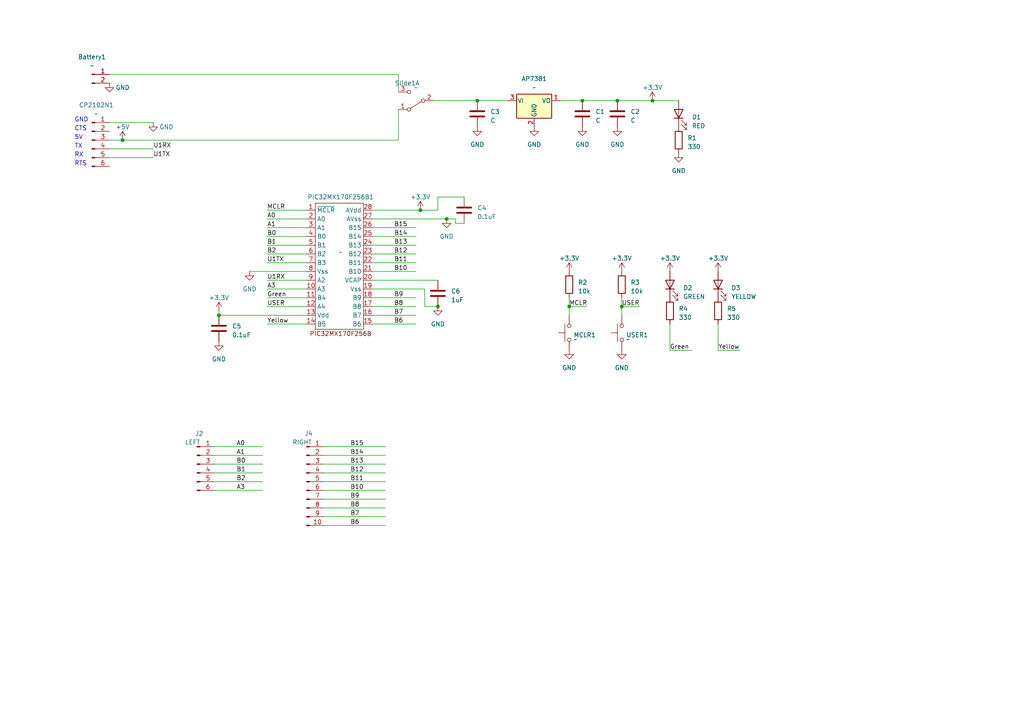
<source format=kicad_sch>
(kicad_sch (version 20230121) (generator eeschema)
  (paper "A4")
  (lib_symbols
    (symbol "Connector:Conn_01x02_Pin" (pin_names (offset 1.016) hide)
      (property "Reference" "J" (at 0 2.54 0))
      (property "Value" "Conn_01x02_Pin" (at 0 -5.08 0))
      (symbol "Conn_01x02_Pin_1_1"
        (polyline (pts (xy 1.27 -2.54) (xy 0.8636 -2.54)) (stroke (width 0.1524)))
        (polyline (pts (xy 1.27 0) (xy 0.8636 0)) (stroke (width 0.1524)))
        (rectangle (start 0.8636 -2.413) (end 0 -2.667) (stroke (width 0.1524)) (fill (type outline)))
        (rectangle (start 0.8636 0.127) (end 0 -0.127) (stroke (width 0.1524)) (fill (type outline)))
        (pin passive line (at 5.08 0 180) (length 3.81) (name "Pin_1") (number "1"))
        (pin passive line (at 5.08 -2.54 180) (length 3.81) (name "Pin_2") (number "2"))
      )
    )
    (symbol "Connector:Conn_01x06_Pin" (pin_names (offset 1.016) hide)
      (property "Reference" "J" (at 0 7.62 0))
      (property "Value" "Conn_01x06_Pin" (at 0 -10.16 0))
      (symbol "Conn_01x06_Pin_1_1"
        (polyline (pts (xy 1.27 -7.62) (xy 0.8636 -7.62)) (stroke (width 0.1524)))
        (polyline (pts (xy 1.27 -5.08) (xy 0.8636 -5.08)) (stroke (width 0.1524)))
        (polyline (pts (xy 1.27 -2.54) (xy 0.8636 -2.54)) (stroke (width 0.1524)))
        (polyline (pts (xy 1.27 0) (xy 0.8636 0)) (stroke (width 0.1524)))
        (polyline (pts (xy 1.27 2.54) (xy 0.8636 2.54)) (stroke (width 0.1524)))
        (polyline (pts (xy 1.27 5.08) (xy 0.8636 5.08)) (stroke (width 0.1524)))
        (rectangle (start 0.8636 -7.493) (end 0 -7.747) (stroke (width 0.1524)) (fill (type outline)))
        (rectangle (start 0.8636 -4.953) (end 0 -5.207) (stroke (width 0.1524)) (fill (type outline)))
        (rectangle (start 0.8636 -2.413) (end 0 -2.667) (stroke (width 0.1524)) (fill (type outline)))
        (rectangle (start 0.8636 0.127) (end 0 -0.127) (stroke (width 0.1524)) (fill (type outline)))
        (rectangle (start 0.8636 2.667) (end 0 2.413) (stroke (width 0.1524)) (fill (type outline)))
        (rectangle (start 0.8636 5.207) (end 0 4.953) (stroke (width 0.1524)) (fill (type outline)))
        (pin passive line (at 5.08 5.08 180) (length 3.81) (name "Pin_1") (number "1"))
        (pin passive line (at 5.08 2.54 180) (length 3.81) (name "Pin_2") (number "2"))
        (pin passive line (at 5.08 0 180) (length 3.81) (name "Pin_3") (number "3"))
        (pin passive line (at 5.08 -2.54 180) (length 3.81) (name "Pin_4") (number "4"))
        (pin passive line (at 5.08 -5.08 180) (length 3.81) (name "Pin_5") (number "5"))
        (pin passive line (at 5.08 -7.62 180) (length 3.81) (name "Pin_6") (number "6"))
      )
    )
    (symbol "Connector:Conn_01x10_Pin" (pin_names (offset 1.016) hide)
      (property "Reference" "J" (at 0 12.7 0))
      (property "Value" "Conn_01x10_Pin" (at 0 -15.24 0))
      (symbol "Conn_01x10_Pin_1_1"
        (polyline (pts (xy 1.27 -12.7) (xy 0.8636 -12.7)) (stroke (width 0.1524)))
        (polyline (pts (xy 1.27 -10.16) (xy 0.8636 -10.16)) (stroke (width 0.1524)))
        (polyline (pts (xy 1.27 -7.62) (xy 0.8636 -7.62)) (stroke (width 0.1524)))
        (polyline (pts (xy 1.27 -5.08) (xy 0.8636 -5.08)) (stroke (width 0.1524)))
        (polyline (pts (xy 1.27 -2.54) (xy 0.8636 -2.54)) (stroke (width 0.1524)))
        (polyline (pts (xy 1.27 0) (xy 0.8636 0)) (stroke (width 0.1524)))
        (polyline (pts (xy 1.27 2.54) (xy 0.8636 2.54)) (stroke (width 0.1524)))
        (polyline (pts (xy 1.27 5.08) (xy 0.8636 5.08)) (stroke (width 0.1524)))
        (polyline (pts (xy 1.27 7.62) (xy 0.8636 7.62)) (stroke (width 0.1524)))
        (polyline (pts (xy 1.27 10.16) (xy 0.8636 10.16)) (stroke (width 0.1524)))
        (rectangle (start 0.8636 -12.573) (end 0 -12.827) (stroke (width 0.1524)) (fill (type outline)))
        (rectangle (start 0.8636 -10.033) (end 0 -10.287) (stroke (width 0.1524)) (fill (type outline)))
        (rectangle (start 0.8636 -7.493) (end 0 -7.747) (stroke (width 0.1524)) (fill (type outline)))
        (rectangle (start 0.8636 -4.953) (end 0 -5.207) (stroke (width 0.1524)) (fill (type outline)))
        (rectangle (start 0.8636 -2.413) (end 0 -2.667) (stroke (width 0.1524)) (fill (type outline)))
        (rectangle (start 0.8636 0.127) (end 0 -0.127) (stroke (width 0.1524)) (fill (type outline)))
        (rectangle (start 0.8636 2.667) (end 0 2.413) (stroke (width 0.1524)) (fill (type outline)))
        (rectangle (start 0.8636 5.207) (end 0 4.953) (stroke (width 0.1524)) (fill (type outline)))
        (rectangle (start 0.8636 7.747) (end 0 7.493) (stroke (width 0.1524)) (fill (type outline)))
        (rectangle (start 0.8636 10.287) (end 0 10.033) (stroke (width 0.1524)) (fill (type outline)))
        (pin passive line (at 5.08 10.16 180) (length 3.81) (name "Pin_1") (number "1"))
        (pin passive line (at 5.08 -12.7 180) (length 3.81) (name "Pin_10") (number "10"))
        (pin passive line (at 5.08 7.62 180) (length 3.81) (name "Pin_2") (number "2"))
        (pin passive line (at 5.08 5.08 180) (length 3.81) (name "Pin_3") (number "3"))
        (pin passive line (at 5.08 2.54 180) (length 3.81) (name "Pin_4") (number "4"))
        (pin passive line (at 5.08 0 180) (length 3.81) (name "Pin_5") (number "5"))
        (pin passive line (at 5.08 -2.54 180) (length 3.81) (name "Pin_6") (number "6"))
        (pin passive line (at 5.08 -5.08 180) (length 3.81) (name "Pin_7") (number "7"))
        (pin passive line (at 5.08 -7.62 180) (length 3.81) (name "Pin_8") (number "8"))
        (pin passive line (at 5.08 -10.16 180) (length 3.81) (name "Pin_9") (number "9"))
      )
    )
    (symbol "HW4_PCB:AP7384-33SA" (pin_names (offset 0.254))
      (property "Reference" "AP7381" (at 0 6.35 0))
      (property "Value" "~" (at 0 3.81 0))
      (symbol "AP7384-33SA_0_1"
        (rectangle (start -5.08 1.905) (end 5.08 -5.08) (stroke (width 0.254)) (fill (type background)))
      )
      (symbol "AP7384-33SA_1_1"
        (pin power_out line (at 7.62 0 180) (length 2.54) (name "VO") (number "1"))
        (pin power_in line (at 0 -7.62 90) (length 2.54) (name "GND") (number "2"))
        (pin power_in line (at -7.62 0 0) (length 2.54) (name "VI") (number "3"))
      )
    )
    (symbol "HW4_PCB:C" (pin_numbers hide) (pin_names (offset 0.254))
      (property "Reference" "C" (at 0.635 2.54 0))
      (property "Value" "C" (at 0.635 -2.54 0))
      (symbol "C_0_1"
        (polyline (pts (xy -2.032 -0.762) (xy 2.032 -0.762)) (stroke (width 0.508)))
        (polyline (pts (xy -2.032 0.762) (xy 2.032 0.762)) (stroke (width 0.508)))
      )
      (symbol "C_1_1"
        (pin passive line (at 0 3.81 270) (length 2.794) (name "~") (number "1"))
        (pin passive line (at 0 -3.81 90) (length 2.794) (name "~") (number "2"))
      )
    )
    (symbol "HW4_PCB:LED" (pin_numbers hide) (pin_names (offset 1.016) hide)
      (property "Reference" "D" (at 0 2.54 0))
      (property "Value" "LED" (at 0 -2.54 0))
      (symbol "LED_0_1"
        (polyline (pts (xy -1.27 -1.27) (xy -1.27 1.27)) (stroke (width 0.254)))
        (polyline (pts (xy -1.27 0) (xy 1.27 0)))
        (polyline (pts (xy 1.27 -1.27) (xy 1.27 1.27) (xy -1.27 0) (xy 1.27 -1.27)) (stroke (width 0.254)))
        (polyline (pts (xy -3.048 -0.762) (xy -4.572 -2.286) (xy -3.81 -2.286) (xy -4.572 -2.286) (xy -4.572 -1.524)))
        (polyline (pts (xy -1.778 -0.762) (xy -3.302 -2.286) (xy -2.54 -2.286) (xy -3.302 -2.286) (xy -3.302 -1.524)))
      )
      (symbol "LED_1_1"
        (pin passive line (at -3.81 0 0) (length 2.54) (name "K") (number "1"))
        (pin passive line (at 3.81 0 180) (length 2.54) (name "A") (number "2"))
      )
    )
    (symbol "HW4_PCB:R" (pin_numbers hide) (pin_names (offset 0))
      (property "Reference" "R" (at 2.032 0 90))
      (property "Value" "R" (at 0 0 90))
      (symbol "R_0_1"
        (rectangle (start -1.016 -2.54) (end 1.016 2.54) (stroke (width 0.254)))
      )
      (symbol "R_1_1"
        (pin passive line (at 0 3.81 270) (length 1.27) (name "~") (number "1"))
        (pin passive line (at 0 -3.81 90) (length 1.27) (name "~") (number "2"))
      )
    )
    (symbol "PIC32MX170F256B_1"
      (property "Reference" "U3" (at -0.254 16.51 0))
      (property "Value" "~" (at -0.254 0.508 0))
      (symbol "PIC32MX170F256B_1_0_1"
        (rectangle (start -7.62 14.732) (end 6.35 -21.844))
      )
      (symbol "PIC32MX170F256B_1_1_1"
        (text "PIC32MX170F256B" (at -0.254 -23.114 0) (effects (font (size 1.27 1.27))))
        (pin input line (at -10.16 12.7 0) (length 2.54) (name "~{MCLR}") (number "1"))
        (pin input line (at -10.16 -10.16 0) (length 2.54) (name "A3") (number "10"))
        (pin input line (at -10.16 -12.7 0) (length 2.54) (name "B4") (number "11"))
        (pin input line (at -10.16 -15.24 0) (length 2.54) (name "A4") (number "12"))
        (pin input line (at -10.16 -17.78 0) (length 2.54) (name "Vdd") (number "13"))
        (pin input line (at -10.16 -20.32 0) (length 2.54) (name "B5") (number "14"))
        (pin input line (at 8.89 -20.32 180) (length 2.54) (name "B6") (number "15"))
        (pin input line (at 8.89 -17.78 180) (length 2.54) (name "B7") (number "16"))
        (pin input line (at 8.89 -15.24 180) (length 2.54) (name "B8") (number "17"))
        (pin input line (at 8.89 -12.7 180) (length 2.54) (name "B9") (number "18"))
        (pin input line (at 8.89 -10.16 180) (length 2.54) (name "Vss") (number "19"))
        (pin input line (at -10.16 10.16 0) (length 2.54) (name "A0") (number "2"))
        (pin input line (at 8.89 -7.62 180) (length 2.54) (name "VCAP") (number "20"))
        (pin input line (at 8.89 -5.08 180) (length 2.54) (name "B10") (number "21"))
        (pin input line (at 8.89 -2.54 180) (length 2.54) (name "B11") (number "22"))
        (pin input line (at 8.89 0 180) (length 2.54) (name "B12") (number "23"))
        (pin input line (at 8.89 2.54 180) (length 2.54) (name "B13") (number "24"))
        (pin input line (at 8.89 5.08 180) (length 2.54) (name "B14") (number "25"))
        (pin input line (at 8.89 7.62 180) (length 2.54) (name "B15") (number "26"))
        (pin input line (at 8.89 10.16 180) (length 2.54) (name "AVss") (number "27"))
        (pin input line (at 8.89 12.7 180) (length 2.54) (name "AVdd") (number "28"))
        (pin input line (at -10.16 7.62 0) (length 2.54) (name "A1") (number "3"))
        (pin input line (at -10.16 5.08 0) (length 2.54) (name "B0") (number "4"))
        (pin input line (at -10.16 2.54 0) (length 2.54) (name "B1") (number "5"))
        (pin input line (at -10.16 0 0) (length 2.54) (name "B2") (number "6"))
        (pin input line (at -10.16 -2.54 0) (length 2.54) (name "B3") (number "7"))
        (pin input line (at -10.16 -5.08 0) (length 2.54) (name "Vss") (number "8"))
        (pin input line (at -10.16 -7.62 0) (length 2.54) (name "A2") (number "9"))
      )
    )
    (symbol "Switch:SW_DPDT_x2" (pin_names (offset 0) hide)
      (property "Reference" "SW" (at 0 4.318 0))
      (property "Value" "SW_DPDT_x2" (at 0 -5.08 0))
      (symbol "SW_DPDT_x2_0_0"
        (circle (center -2.032 0) (radius 0.508))
        (circle (center 2.032 -2.54) (radius 0.508))
      )
      (symbol "SW_DPDT_x2_0_1"
        (polyline (pts (xy -1.524 0.254) (xy 1.651 2.286)))
        (circle (center 2.032 2.54) (radius 0.508))
      )
      (symbol "SW_DPDT_x2_1_1"
        (pin passive line (at 5.08 2.54 180) (length 2.54) (name "A") (number "1"))
        (pin passive line (at -5.08 0 0) (length 2.54) (name "B") (number "2"))
        (pin passive line (at 5.08 -2.54 180) (length 2.54) (name "C") (number "3"))
      )
      (symbol "SW_DPDT_x2_2_1"
        (pin passive line (at 5.08 2.54 180) (length 2.54) (name "A") (number "4"))
        (pin passive line (at -5.08 0 0) (length 2.54) (name "B") (number "5"))
        (pin passive line (at 5.08 -2.54 180) (length 2.54) (name "C") (number "6"))
      )
    )
    (symbol "Switch:SW_Push" (pin_numbers hide) (pin_names (offset 1.016) hide)
      (property "Reference" "SW" (at 1.27 2.54 0))
      (property "Value" "SW_Push" (at 0 -1.524 0))
      (symbol "SW_Push_0_1"
        (circle (center -2.032 0) (radius 0.508))
        (polyline (pts (xy 0 1.27) (xy 0 3.048)))
        (polyline (pts (xy 2.54 1.27) (xy -2.54 1.27)))
        (circle (center 2.032 0) (radius 0.508))
        (pin passive line (at -5.08 0 0) (length 2.54) (name "1") (number "1"))
        (pin passive line (at 5.08 0 180) (length 2.54) (name "2") (number "2"))
      )
    )
    (symbol "power:+3.3V" (power) (pin_names (offset 0))
      (property "Value" "+3.3V" (at 0 3.556 0))
      (symbol "+3.3V_0_1"
        (polyline (pts (xy -0.762 1.27) (xy 0 2.54)))
        (polyline (pts (xy 0 0) (xy 0 2.54)))
        (polyline (pts (xy 0 2.54) (xy 0.762 1.27)))
      )
      (symbol "+3.3V_1_1"
        (pin power_in line (at 0 0 90) (length 0) hide (name "+3.3V") (number "1"))
      )
    )
    (symbol "power:+5V" (power) (pin_names (offset 0))
      (property "Value" "+5V" (at 0 3.556 0))
      (symbol "+5V_0_1"
        (polyline (pts (xy -0.762 1.27) (xy 0 2.54)))
        (polyline (pts (xy 0 0) (xy 0 2.54)))
        (polyline (pts (xy 0 2.54) (xy 0.762 1.27)))
      )
      (symbol "+5V_1_1"
        (pin power_in line (at 0 0 90) (length 0) hide (name "+5V") (number "1"))
      )
    )
    (symbol "power:GND" (power) (pin_names (offset 0))
      (property "Value" "GND" (at 0 -3.81 0))
      (symbol "GND_0_1"
        (polyline (pts (xy 0 0) (xy 0 -1.27) (xy 1.27 -1.27) (xy 0 -2.54) (xy -1.27 -1.27) (xy 0 -1.27)))
      )
      (symbol "GND_1_1"
        (pin power_in line (at 0 0 270) (length 0) hide (name "GND") (number "1"))
      )
    )
  )
  (junction (at 127 88.9))
  (junction (at 165.1 88.9))
  (junction (at 179.07 29.21))
  (junction (at 180.34 88.9))
  (junction (at 121.92 60.96))
  (junction (at 138.43 29.21))
  (junction (at 63.5 91.44))
  (junction (at 35.56 40.64))
  (junction (at 189.23 29.21))
  (junction (at 168.91 29.21))
  (junction (at 129.54 63.5))
  (wire (pts (xy 93.98 137.16) (xy 111.76 137.16)))
  (wire (pts (xy 77.47 88.9) (xy 88.9 88.9)))
  (wire (pts (xy 123.19 83.82) (xy 123.19 88.9)))
  (wire (pts (xy 107.95 93.98) (xy 120.65 93.98)))
  (wire (pts (xy 31.75 40.64) (xy 35.56 40.64)))
  (wire (pts (xy 93.98 129.54) (xy 111.76 129.54)))
  (wire (pts (xy 62.23 139.7) (xy 76.2 139.7)))
  (wire (pts (xy 31.75 21.59) (xy 115.57 21.59)))
  (wire (pts (xy 77.47 66.04) (xy 88.9 66.04)))
  (wire (pts (xy 77.47 81.28) (xy 88.9 81.28)))
  (wire (pts (xy 35.56 40.64) (xy 115.57 40.64)))
  (wire (pts (xy 63.5 90.17) (xy 63.5 91.44)))
  (wire (pts (xy 107.95 71.12) (xy 120.65 71.12)))
  (wire (pts (xy 189.23 29.21) (xy 196.85 29.21)))
  (wire (pts (xy 107.95 91.44) (xy 120.65 91.44)))
  (wire (pts (xy 77.47 93.98) (xy 88.9 93.98)))
  (wire (pts (xy 107.95 73.66) (xy 120.65 73.66)))
  (wire (pts (xy 165.1 86.36) (xy 165.1 88.9)))
  (wire (pts (xy 129.54 63.5) (xy 132.08 63.5)))
  (wire (pts (xy 115.57 21.59) (xy 115.57 26.67)))
  (wire (pts (xy 93.98 147.32) (xy 111.76 147.32)))
  (wire (pts (xy 138.43 29.21) (xy 147.32 29.21)))
  (wire (pts (xy 127 57.15) (xy 134.62 57.15)))
  (wire (pts (xy 165.1 88.9) (xy 170.18 88.9)))
  (wire (pts (xy 180.34 86.36) (xy 180.34 88.9)))
  (wire (pts (xy 77.47 73.66) (xy 88.9 73.66)))
  (wire (pts (xy 63.5 91.44) (xy 88.9 91.44)))
  (wire (pts (xy 77.47 60.96) (xy 88.9 60.96)))
  (wire (pts (xy 127 60.96) (xy 127 57.15)))
  (wire (pts (xy 93.98 132.08) (xy 111.76 132.08)))
  (wire (pts (xy 107.95 68.58) (xy 120.65 68.58)))
  (wire (pts (xy 107.95 88.9) (xy 120.65 88.9)))
  (wire (pts (xy 93.98 144.78) (xy 111.76 144.78)))
  (wire (pts (xy 107.95 83.82) (xy 123.19 83.82)))
  (wire (pts (xy 93.98 139.7) (xy 111.76 139.7)))
  (wire (pts (xy 72.39 78.74) (xy 88.9 78.74)))
  (wire (pts (xy 77.47 86.36) (xy 88.9 86.36)))
  (wire (pts (xy 31.75 35.56) (xy 44.45 35.56)))
  (wire (pts (xy 107.95 78.74) (xy 120.65 78.74)))
  (wire (pts (xy 180.34 88.9) (xy 185.42 88.9)))
  (wire (pts (xy 162.56 29.21) (xy 168.91 29.21)))
  (wire (pts (xy 194.31 101.6) (xy 200.66 101.6)))
  (wire (pts (xy 93.98 149.86) (xy 111.76 149.86)))
  (wire (pts (xy 121.92 60.96) (xy 127 60.96)))
  (wire (pts (xy 107.95 60.96) (xy 121.92 60.96)))
  (wire (pts (xy 77.47 71.12) (xy 88.9 71.12)))
  (wire (pts (xy 62.23 142.24) (xy 76.2 142.24)))
  (wire (pts (xy 107.95 81.28) (xy 127 81.28)))
  (wire (pts (xy 107.95 66.04) (xy 120.65 66.04)))
  (wire (pts (xy 77.47 83.82) (xy 88.9 83.82)))
  (wire (pts (xy 208.28 101.6) (xy 214.63 101.6)))
  (wire (pts (xy 194.31 93.98) (xy 194.31 101.6)))
  (wire (pts (xy 115.57 40.64) (xy 115.57 31.75)))
  (wire (pts (xy 62.23 129.54) (xy 76.2 129.54)))
  (wire (pts (xy 77.47 63.5) (xy 88.9 63.5)))
  (wire (pts (xy 31.75 43.18) (xy 44.45 43.18)))
  (wire (pts (xy 93.98 142.24) (xy 111.76 142.24)))
  (wire (pts (xy 62.23 132.08) (xy 76.2 132.08)))
  (wire (pts (xy 107.95 63.5) (xy 129.54 63.5)))
  (wire (pts (xy 62.23 137.16) (xy 76.2 137.16)))
  (wire (pts (xy 208.28 93.98) (xy 208.28 101.6)))
  (wire (pts (xy 123.19 88.9) (xy 127 88.9)))
  (wire (pts (xy 125.73 29.21) (xy 138.43 29.21)))
  (wire (pts (xy 168.91 29.21) (xy 179.07 29.21)))
  (wire (pts (xy 77.47 76.2) (xy 88.9 76.2)))
  (wire (pts (xy 77.47 68.58) (xy 88.9 68.58)))
  (wire (pts (xy 93.98 152.4) (xy 111.76 152.4)))
  (wire (pts (xy 93.98 134.62) (xy 111.76 134.62)))
  (wire (pts (xy 132.08 63.5) (xy 132.08 64.77)))
  (wire (pts (xy 179.07 29.21) (xy 189.23 29.21)))
  (wire (pts (xy 62.23 134.62) (xy 76.2 134.62)))
  (wire (pts (xy 107.95 76.2) (xy 120.65 76.2)))
  (wire (pts (xy 132.08 64.77) (xy 134.62 64.77)))
  (wire (pts (xy 180.34 88.9) (xy 180.34 91.44)))
  (wire (pts (xy 31.75 45.72) (xy 44.45 45.72)))
  (wire (pts (xy 165.1 88.9) (xy 165.1 91.44)))
  (wire (pts (xy 107.95 86.36) (xy 120.65 86.36)))
  (text "RX" (at 21.59 45.72 0) (effects (font (size 1.27 1.27)) (justify left bottom)))
  (text "TX" (at 21.59 43.18 0) (effects (font (size 1.27 1.27)) (justify left bottom)))
  (text "CTS" (at 21.59 38.1 0) (effects (font (size 1.27 1.27)) (justify left bottom)))
  (text "5V" (at 21.59 40.64 0) (effects (font (size 1.27 1.27)) (justify left bottom)))
  (text "RTS" (at 21.59 48.26 0) (effects (font (size 1.27 1.27)) (justify left bottom)))
  (text "GND" (at 21.59 35.56 0) (effects (font (size 1.27 1.27)) (justify left bottom)))
  (label "B9" (at 101.6 144.78 0))
  (label "B7" (at 101.6 149.86 0))
  (label "B2" (at 68.58 139.7 0))
  (label "A1" (at 77.47 66.04 0))
  (label "B12" (at 101.6 137.16 0))
  (label "B6" (at 101.6 152.4 0))
  (label "MCLR" (at 165.1 88.9 0))
  (label "B10" (at 114.3 78.74 0))
  (label "B8" (at 101.6 147.32 0))
  (label "U1TX" (at 77.47 76.2 0))
  (label "Green" (at 194.31 101.6 0))
  (label "B8" (at 114.3 88.9 0))
  (label "B14" (at 114.3 68.58 0))
  (label "B1" (at 68.58 137.16 0))
  (label "B12" (at 114.3 73.66 0))
  (label "U1RX" (at 44.45 43.18 0))
  (label "B10" (at 101.6 142.24 0))
  (label "Yellow" (at 77.47 93.98 0))
  (label "U1TX" (at 44.45 45.72 0))
  (label "B7" (at 114.3 91.44 0))
  (label "U1RX" (at 77.47 81.28 0))
  (label "B0" (at 77.47 68.58 0))
  (label "B15" (at 114.3 66.04 0))
  (label "A1" (at 68.58 132.08 0))
  (label "B1" (at 77.47 71.12 0))
  (label "A3" (at 77.47 83.82 0))
  (label "B13" (at 114.3 71.12 0))
  (label "B14" (at 101.6 132.08 0))
  (label "B9" (at 114.3 86.36 0))
  (label "B0" (at 68.58 134.62 0))
  (label "B6" (at 114.3 93.98 0))
  (label "Green" (at 77.47 86.36 0))
  (label "USER" (at 180.34 88.9 0))
  (label "USER" (at 77.47 88.9 0))
  (label "B2" (at 77.47 73.66 0))
  (label "A3" (at 68.58 142.24 0))
  (label "B11" (at 101.6 139.7 0))
  (label "MCLR" (at 77.47 60.96 0))
  (label "B11" (at 114.3 76.2 0))
  (label "A0" (at 68.58 129.54 0))
  (label "A0" (at 77.47 63.5 0))
  (label "Yellow" (at 208.28 101.6 0))
  (label "B13" (at 101.6 134.62 0))
  (label "B15" (at 101.6 129.54 0))
  (symbol (lib_id "power:GND") (at 196.85 44.45 0) (unit 1)
    (property "Reference" "#PWR06" (effects hide))
    (property "Value" "GND" (at 196.85 49.53 0))
  )
  (symbol (lib_id "power:+5V") (at 35.56 40.64 0) (unit 1)
    (property "Reference" "#PWR08" (effects hide))
    (property "Value" "+5V" (at 35.56 36.83 0))
  )
  (symbol (lib_id "power:+3.3V") (at 208.28 78.74 0) (unit 1)
    (property "Reference" "#PWR018" (effects hide))
    (property "Value" "+3.3V" (at 208.28 74.93 0))
  )
  (symbol (lib_id "power:GND") (at 129.54 63.5 0) (unit 1)
    (property "Reference" "#PWR010" (effects hide))
    (property "Value" "GND" (at 129.54 68.58 0))
  )
  (symbol (lib_id "HW4_PCB:LED") (at 208.28 82.55 90) (unit 1)
    (property "Reference" "D3" (at 212.09 83.5025 90) (effects (justify right)))
    (property "Value" "YELLOW" (at 212.09 86.0425 90) (effects (justify right)))
    (property "Footprint" "LED_THT:LED_D3.0mm" (effects hide))
  )
  (symbol (lib_id "HW4_PCB:R") (at 196.85 40.64 0) (unit 1)
    (property "Reference" "R1" (at 199.39 40.005 0) (effects (justify left)))
    (property "Value" "330" (at 199.39 42.545 0) (effects (justify left)))
    (property "Footprint" "Resistor_THT:R_Axial_DIN0207_L6.3mm_D2.5mm_P7.62mm_Horizontal" (effects hide))
  )
  (symbol (lib_id "HW4_PCB:C") (at 138.43 33.02 0) (unit 1)
    (property "Reference" "C3" (at 142.24 32.385 0) (effects (justify left)))
    (property "Value" "C" (at 142.24 34.925 0) (effects (justify left)))
    (property "Footprint" "Capacitor_THT:C_Disc_D5.1mm_W3.2mm_P5.00mm" (effects hide))
  )
  (symbol (lib_id "HW4_PCB:C") (at 168.91 33.02 0) (unit 1)
    (property "Reference" "C1" (at 172.72 32.385 0) (effects (justify left)))
    (property "Value" "C" (at 172.72 34.925 0) (effects (justify left)))
    (property "Footprint" "Capacitor_THT:C_Disc_D5.1mm_W3.2mm_P5.00mm" (effects hide))
  )
  (symbol (lib_id "HW4_PCB:R") (at 165.1 82.55 0) (unit 1)
    (property "Reference" "R2" (at 167.64 81.915 0) (effects (justify left)))
    (property "Value" "10k" (at 167.64 84.455 0) (effects (justify left)))
    (property "Footprint" "Resistor_THT:R_Axial_DIN0207_L6.3mm_D2.5mm_P7.62mm_Horizontal" (effects hide))
  )
  (symbol (lib_id "Connector:Conn_01x02_Pin") (at 26.67 21.59 0) (unit 1)
    (property "Reference" "Battery1" (at 26.67 16.51 0))
    (property "Value" "~" (at 26.67 19.05 0))
    (property "Footprint" "Connector_PinSocket_2.54mm:PinSocket_1x02_P2.54mm_Vertical" (effects hide))
  )
  (symbol (lib_id "power:+3.3V") (at 189.23 29.21 0) (unit 1)
    (property "Reference" "#PWR09" (effects hide))
    (property "Value" "+3.3V" (at 189.23 25.4 0))
  )
  (symbol (lib_id "power:GND") (at 180.34 101.6 0) (unit 1)
    (property "Reference" "#PWR020" (effects hide))
    (property "Value" "GND" (at 180.34 106.68 0))
  )
  (symbol (lib_id "power:GND") (at 72.39 78.74 0) (unit 1)
    (property "Reference" "#PWR011" (effects hide))
    (property "Value" "GND" (at 72.39 83.82 0))
  )
  (symbol (lib_id "power:+3.3V") (at 180.34 78.74 0) (unit 1)
    (property "Reference" "#PWR016" (effects hide))
    (property "Value" "+3.3V" (at 180.34 74.93 0))
  )
  (symbol (lib_id "HW4_PCB:LED") (at 196.85 33.02 90) (unit 1)
    (property "Reference" "D1" (at 200.66 33.9725 90) (effects (justify right)))
    (property "Value" "RED" (at 200.66 36.5125 90) (effects (justify right)))
    (property "Footprint" "LED_THT:LED_D3.0mm" (effects hide))
  )
  (symbol (lib_id "power:+3.3V") (at 121.92 60.96 0) (unit 1)
    (property "Reference" "#PWR07" (effects hide))
    (property "Value" "+3.3V" (at 121.92 57.15 0))
  )
  (symbol (lib_id "power:GND") (at 63.5 99.06 0) (unit 1)
    (property "Reference" "#PWR013" (effects hide))
    (property "Value" "GND" (at 63.5 104.14 0))
  )
  (symbol (lib_id "HW4_PCB:AP7384-33SA") (at 154.94 29.21 0) (unit 1)
    (property "Reference" "AP7381" (at 154.94 22.86 0))
    (property "Value" "~" (at 154.94 25.4 0))
    (property "Footprint" "Package_TO_SOT_THT:TO-92L_Inline" (effects hide))
  )
  (symbol (lib_id "HW4_PCB:C") (at 63.5 95.25 0) (unit 1)
    (property "Reference" "C5" (at 67.31 94.615 0) (effects (justify left)))
    (property "Value" "0.1uF" (at 67.31 97.155 0) (effects (justify left)))
    (property "Footprint" "Capacitor_THT:C_Disc_D3.4mm_W2.1mm_P2.50mm" (effects hide))
  )
  (symbol (lib_id "Connector:Conn_01x06_Pin") (at 57.15 134.62 0) (unit 1)
    (property "Reference" "J2" (at 57.785 125.73 0))
    (property "Value" "LEFT" (at 55.88 128.27 0))
    (property "Footprint" "Connector_PinSocket_2.54mm:PinSocket_1x06_P2.54mm_Vertical" (effects hide))
  )
  (symbol (lib_id "Connector:Conn_01x06_Pin") (at 26.67 40.64 0) (unit 1)
    (property "Reference" "CP2102N1" (at 27.94 30.48 0))
    (property "Value" "~" (at 27.94 33.02 0))
    (property "Footprint" "Connector_PinSocket_2.54mm:PinSocket_1x06_P2.54mm_Vertical" (effects hide))
  )
  (symbol (lib_id "power:GND") (at 168.91 36.83 0) (unit 1)
    (property "Reference" "#PWR01" (effects hide))
    (property "Value" "GND" (at 168.91 41.91 0))
  )
  (symbol (lib_id "HW4_PCB:R") (at 208.28 90.17 0) (unit 1)
    (property "Reference" "R5" (at 210.82 89.535 0) (effects (justify left)))
    (property "Value" "330" (at 210.82 92.075 0) (effects (justify left)))
    (property "Footprint" "Resistor_THT:R_Axial_DIN0207_L6.3mm_D2.5mm_P7.62mm_Horizontal" (effects hide))
  )
  (symbol (lib_id "HW4_PCB:R") (at 180.34 82.55 0) (unit 1)
    (property "Reference" "R3" (at 182.88 81.915 0) (effects (justify left)))
    (property "Value" "10k" (at 182.88 84.455 0) (effects (justify left)))
    (property "Footprint" "Resistor_THT:R_Axial_DIN0207_L6.3mm_D2.5mm_P7.62mm_Horizontal" (effects hide))
  )
  (symbol (lib_id "power:GND") (at 127 88.9 0) (unit 1)
    (property "Reference" "#PWR014" (effects hide))
    (property "Value" "GND" (at 127 93.98 0))
  )
  (symbol (lib_id "power:GND") (at 31.75 24.13 0) (unit 1)
    (property "Reference" "#PWR021" (effects hide))
    (property "Value" "GND" (at 35.56 25.4 0))
  )
  (symbol (lib_id "HW4_PCB:C") (at 134.62 60.96 0) (unit 1)
    (property "Reference" "C4" (at 138.43 60.325 0) (effects (justify left)))
    (property "Value" "0.1uF" (at 138.43 62.865 0) (effects (justify left)))
    (property "Footprint" "Capacitor_THT:C_Disc_D3.4mm_W2.1mm_P2.50mm" (effects hide))
  )
  (symbol (lib_id "power:GND") (at 154.94 36.83 0) (unit 1)
    (property "Reference" "#PWR05" (effects hide))
    (property "Value" "GND" (at 154.94 41.91 0))
  )
  (symbol (lib_name "PIC32MX170F256B_1") (lib_id "HW4_PCB:PIC32MX170F256B") (at 99.06 73.66 0) (unit 1)
    (property "Reference" "PIC32MX170F256B1" (at 98.806 57.15 0))
    (property "Value" "~" (at 98.806 73.152 0))
    (property "Footprint" "Package_DIP:DIP-28_W7.62mm_Socket" (effects hide))
  )
  (symbol (lib_id "power:GND") (at 44.45 35.56 0) (unit 1)
    (property "Reference" "#PWR04" (effects hide))
    (property "Value" "GND" (at 48.26 36.83 0))
  )
  (symbol (lib_id "Switch:SW_DPDT_x2") (at 120.65 29.21 180) (unit 1)
    (property "Reference" "Slide1" (at 118.11 24.13 0))
    (property "Value" "~" (at 120.65 25.4 0))
    (property "Footprint" "HW4_PCB:slidesw2" (effects hide))
  )
  (symbol (lib_id "power:GND") (at 138.43 36.83 0) (unit 1)
    (property "Reference" "#PWR03" (effects hide))
    (property "Value" "GND" (at 138.43 41.91 0))
  )
  (symbol (lib_id "HW4_PCB:R") (at 194.31 90.17 0) (unit 1)
    (property "Reference" "R4" (at 196.85 89.535 0) (effects (justify left)))
    (property "Value" "330" (at 196.85 92.075 0) (effects (justify left)))
    (property "Footprint" "Resistor_THT:R_Axial_DIN0207_L6.3mm_D2.5mm_P7.62mm_Horizontal" (effects hide))
  )
  (symbol (lib_id "power:+3.3V") (at 194.31 78.74 0) (unit 1)
    (property "Reference" "#PWR017" (effects hide))
    (property "Value" "+3.3V" (at 194.31 74.93 0))
  )
  (symbol (lib_id "power:+3.3V") (at 63.5 90.17 0) (unit 1)
    (property "Reference" "#PWR012" (effects hide))
    (property "Value" "+3.3V" (at 63.5 86.36 0))
  )
  (symbol (lib_id "power:+3.3V") (at 165.1 78.74 0) (unit 1)
    (property "Reference" "#PWR015" (effects hide))
    (property "Value" "+3.3V" (at 165.1 74.93 0))
  )
  (symbol (lib_id "power:GND") (at 165.1 101.6 0) (unit 1)
    (property "Reference" "#PWR019" (effects hide))
    (property "Value" "GND" (at 165.1 106.68 0))
  )
  (symbol (lib_id "Connector:Conn_01x10_Pin") (at 88.9 139.7 0) (unit 1)
    (property "Reference" "J4" (at 89.535 125.73 0))
    (property "Value" "RIGHT" (at 87.63 128.27 0))
    (property "Footprint" "Connector_PinSocket_2.54mm:PinSocket_1x10_P2.54mm_Vertical" (effects hide))
  )
  (symbol (lib_id "HW4_PCB:C") (at 179.07 33.02 0) (unit 1)
    (property "Reference" "C2" (at 182.88 32.385 0) (effects (justify left)))
    (property "Value" "C" (at 182.88 34.925 0) (effects (justify left)))
    (property "Footprint" "Capacitor_THT:C_Disc_D5.1mm_W3.2mm_P5.00mm" (effects hide))
  )
  (symbol (lib_id "power:GND") (at 179.07 36.83 0) (unit 1)
    (property "Reference" "#PWR02" (effects hide))
    (property "Value" "GND" (at 179.07 41.91 0))
  )
  (symbol (lib_id "Switch:SW_Push") (at 165.1 96.52 90) (unit 1)
    (property "Reference" "MCLR1" (at 166.37 97.155 90) (effects (justify right)))
    (property "Value" "~" (at 166.37 98.425 90) (effects (justify right)))
    (property "Footprint" "HW4_PCB:pb" (effects hide))
  )
  (symbol (lib_id "HW4_PCB:LED") (at 194.31 82.55 90) (unit 1)
    (property "Reference" "D2" (at 198.12 83.5025 90) (effects (justify right)))
    (property "Value" "GREEN" (at 198.12 86.0425 90) (effects (justify right)))
    (property "Footprint" "LED_THT:LED_D3.0mm" (effects hide))
  )
  (symbol (lib_id "HW4_PCB:C") (at 127 85.09 0) (unit 1)
    (property "Reference" "C6" (at 130.81 84.455 0) (effects (justify left)))
    (property "Value" "1uF" (at 130.81 86.995 0) (effects (justify left)))
    (property "Footprint" "Capacitor_THT:C_Disc_D5.1mm_W3.2mm_P5.00mm" (effects hide))
  )
  (symbol (lib_id "Switch:SW_Push") (at 180.34 96.52 90) (unit 1)
    (property "Reference" "USER1" (at 181.61 97.155 90) (effects (justify right)))
    (property "Value" "~" (at 181.61 98.425 90) (effects (justify right)))
    (property "Footprint" "HW4_PCB:pb" (effects hide))
  )
)
</source>
